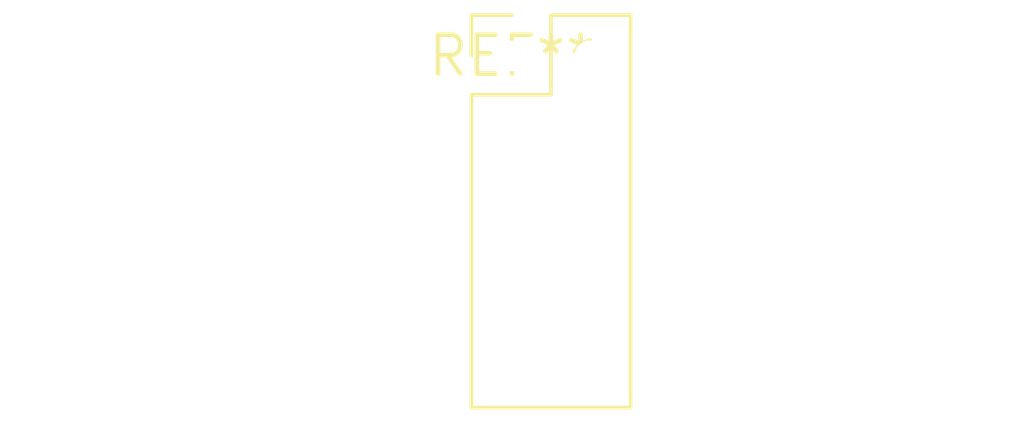
<source format=kicad_pcb>
(kicad_pcb (version 20240108) (generator pcbnew)
  (layers (0 "F.Cu" signal) (31 "B.Cu" signal) (34 "B.Paste" user) (35 "F.Paste" user) (36 "B.SilkS" user "B.Silkscreen") (37 "F.SilkS" user "F.Silkscreen") (38 "B.Mask" user) (39 "F.Mask" user) (44 "Edge.Cuts" user))
  (net 0 "")
  (footprint "PinHeader_2x05_P2.54mm_Vertical" (layer "F.Cu") (at 0 0)
    (property "Reference" "REF**")
    (property "Value" "PinHeader_2x05_P2.54mm_Vertical")
    (fp_line (start -1.33 -1.33) (end 0 -1.33) (layer "F.SilkS") (stroke (width 0.12)))
    (fp_line (start -1.33 0) (end -1.33 -1.33) (layer "F.SilkS") (stroke (width 0.12)))
    (fp_line (start -1.33 1.27) (end -1.33 11.49) (layer "F.SilkS") (stroke (width 0.12)))
    (fp_line (start -1.33 1.27) (end 1.27 1.27) (layer "F.SilkS") (stroke (width 0.12)))
    (fp_line (start -1.33 11.49) (end 3.87 11.49) (layer "F.SilkS") (stroke (width 0.12)))
    (fp_line (start 1.27 -1.33) (end 3.87 -1.33) (layer "F.SilkS") (stroke (width 0.12)))
    (fp_line (start 1.27 1.27) (end 1.27 -1.33) (layer "F.SilkS") (stroke (width 0.12)))
    (fp_line (start 3.87 -1.33) (end 3.87 11.49) (layer "F.SilkS") (stroke (width 0.12)))
    (pad "1" thru_hole rect (at 0 0) (size 1.7 1.7) (drill 1) (layers *.Cu *.Mask) (remove_unused_layers))
    (pad "2" thru_hole oval (at 2.54 0) (size 1.7 1.7) (drill 1) (layers *.Cu *.Mask) (remove_unused_layers))
    (pad "3" thru_hole oval (at 0 2.54) (size 1.7 1.7) (drill 1) (layers *.Cu *.Mask) (remove_unused_layers))
    (pad "4" thru_hole oval (at 2.54 2.54) (size 1.7 1.7) (drill 1) (layers *.Cu *.Mask) (remove_unused_layers))
    (pad "5" thru_hole oval (at 0 5.08) (size 1.7 1.7) (drill 1) (layers *.Cu *.Mask) (remove_unused_layers))
    (pad "6" thru_hole oval (at 2.54 5.08) (size 1.7 1.7) (drill 1) (layers *.Cu *.Mask) (remove_unused_layers))
    (pad "7" thru_hole oval (at 0 7.62) (size 1.7 1.7) (drill 1) (layers *.Cu *.Mask) (remove_unused_layers))
    (pad "8" thru_hole oval (at 2.54 7.62) (size 1.7 1.7) (drill 1) (layers *.Cu *.Mask) (remove_unused_layers))
    (pad "9" thru_hole oval (at 0 10.16) (size 1.7 1.7) (drill 1) (layers *.Cu *.Mask) (remove_unused_layers))
    (pad "10" thru_hole oval (at 2.54 10.16) (size 1.7 1.7) (drill 1) (layers *.Cu *.Mask) (remove_unused_layers))
  )
)
</source>
